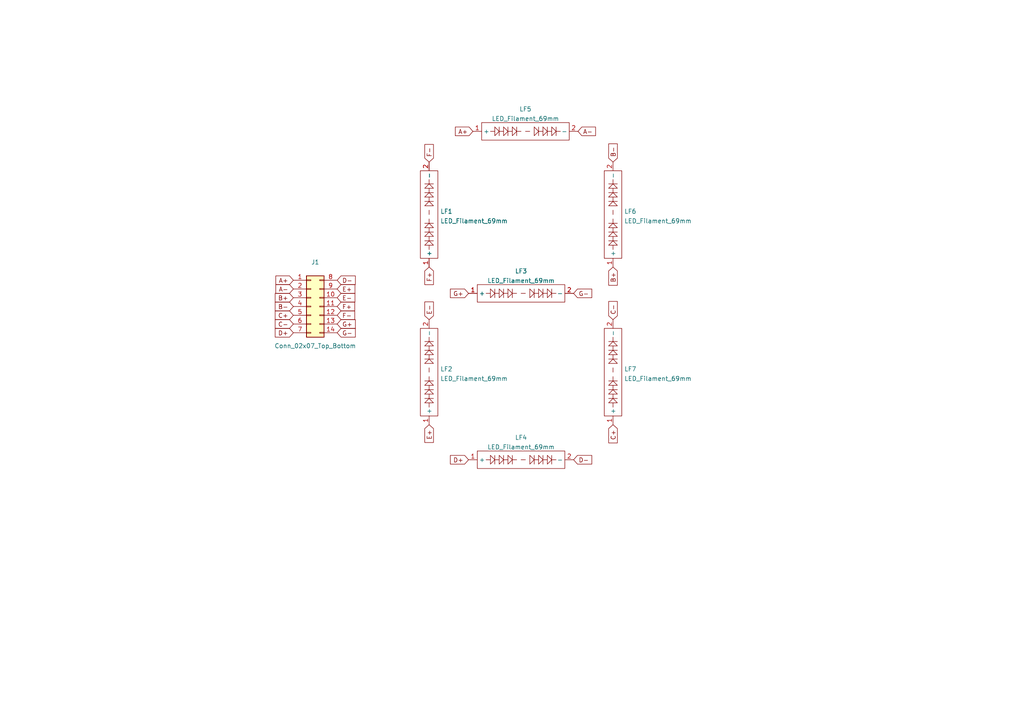
<source format=kicad_sch>
(kicad_sch (version 20211123) (generator eeschema)
  (paper "A4")
  (lib_symbols
    (symbol "Connector_Generic:Conn_02x07_Top_Bottom" (pin_names (offset 1.016) hide)
      (property "Reference" "J" (at 1.27 10.16 0))
      (property "Value" "Conn_02x07_Top_Bottom" (at 1.27 -10.16 0))
      (symbol "Conn_02x07_Top_Bottom_1_1"
        (rectangle (start -1.27 -7.493) (end 0 -7.747) (stroke (width 0.1524)))
        (rectangle (start -1.27 -4.953) (end 0 -5.207) (stroke (width 0.1524)))
        (rectangle (start -1.27 -2.413) (end 0 -2.667) (stroke (width 0.1524)))
        (rectangle (start -1.27 0.127) (end 0 -0.127) (stroke (width 0.1524)))
        (rectangle (start -1.27 2.667) (end 0 2.413) (stroke (width 0.1524)))
        (rectangle (start -1.27 5.207) (end 0 4.953) (stroke (width 0.1524)))
        (rectangle (start -1.27 7.747) (end 0 7.493) (stroke (width 0.1524)))
        (rectangle (start -1.27 8.89) (end 3.81 -8.89) (stroke (width 0.254)) (fill (type background)))
        (rectangle (start 3.81 -7.493) (end 2.54 -7.747) (stroke (width 0.1524)))
        (rectangle (start 3.81 -4.953) (end 2.54 -5.207) (stroke (width 0.1524)))
        (rectangle (start 3.81 -2.413) (end 2.54 -2.667) (stroke (width 0.1524)))
        (rectangle (start 3.81 0.127) (end 2.54 -0.127) (stroke (width 0.1524)))
        (rectangle (start 3.81 2.667) (end 2.54 2.413) (stroke (width 0.1524)))
        (rectangle (start 3.81 5.207) (end 2.54 4.953) (stroke (width 0.1524)))
        (rectangle (start 3.81 7.747) (end 2.54 7.493) (stroke (width 0.1524)))
        (pin passive line (at -5.08 7.62 0) (length 3.81) (name "Pin_1") (number "1"))
        (pin passive line (at 7.62 2.54 180) (length 3.81) (name "Pin_10") (number "10"))
        (pin passive line (at 7.62 0 180) (length 3.81) (name "Pin_11") (number "11"))
        (pin passive line (at 7.62 -2.54 180) (length 3.81) (name "Pin_12") (number "12"))
        (pin passive line (at 7.62 -5.08 180) (length 3.81) (name "Pin_13") (number "13"))
        (pin passive line (at 7.62 -7.62 180) (length 3.81) (name "Pin_14") (number "14"))
        (pin passive line (at -5.08 5.08 0) (length 3.81) (name "Pin_2") (number "2"))
        (pin passive line (at -5.08 2.54 0) (length 3.81) (name "Pin_3") (number "3"))
        (pin passive line (at -5.08 0 0) (length 3.81) (name "Pin_4") (number "4"))
        (pin passive line (at -5.08 -2.54 0) (length 3.81) (name "Pin_5") (number "5"))
        (pin passive line (at -5.08 -5.08 0) (length 3.81) (name "Pin_6") (number "6"))
        (pin passive line (at -5.08 -7.62 0) (length 3.81) (name "Pin_7") (number "7"))
        (pin passive line (at 7.62 7.62 180) (length 3.81) (name "Pin_8") (number "8"))
        (pin passive line (at 7.62 5.08 180) (length 3.81) (name "Pin_9") (number "9"))
      )
    )
    (symbol "LED_Filaments:LED_Filament_69mm"
      (property "Reference" "LF" (at 0 -3.81 0))
      (property "Value" "LED_Filament_69mm" (at 0 3.81 0))
      (symbol "LED_Filament_69mm_0_1"
        (rectangle (start -13.97 2.54) (end 11.43 -2.54) (stroke (width 0.1524)))
        (polyline (pts (xy -11.43 0) (xy -10.16 0)) (stroke (width 0.1524)))
        (polyline (pts (xy -10.16 1.27) (xy -8.89 0)) (stroke (width 0.1524)))
        (polyline (pts (xy -8.89 0) (xy -7.62 0)) (stroke (width 0.1524)))
        (polyline (pts (xy -8.89 1.27) (xy -8.89 -1.27)) (stroke (width 0.1524)))
        (polyline (pts (xy -7.62 1.27) (xy -6.35 0)) (stroke (width 0.1524)))
        (polyline (pts (xy -6.35 0) (xy -5.08 0)) (stroke (width 0.1524)))
        (polyline (pts (xy -6.35 1.27) (xy -6.35 -1.27)) (stroke (width 0.1524)))
        (polyline (pts (xy -5.08 1.27) (xy -3.81 0)) (stroke (width 0.1524)))
        (polyline (pts (xy -3.81 0) (xy -2.54 0)) (stroke (width 0.1524)))
        (polyline (pts (xy -3.81 1.27) (xy -3.81 -1.27)) (stroke (width 0.1524)))
        (polyline (pts (xy -1.27 0) (xy 0 0)) (stroke (width 0.1524)))
        (polyline (pts (xy 1.27 1.27) (xy 2.54 0)) (stroke (width 0.1524)))
        (polyline (pts (xy 2.54 0) (xy 3.81 0)) (stroke (width 0.1524)))
        (polyline (pts (xy 2.54 1.27) (xy 2.54 -1.27)) (stroke (width 0.1524)))
        (polyline (pts (xy 3.81 1.27) (xy 5.08 0)) (stroke (width 0.1524)))
        (polyline (pts (xy 5.08 0) (xy 6.35 0)) (stroke (width 0.1524)))
        (polyline (pts (xy 5.08 1.27) (xy 5.08 -1.27)) (stroke (width 0.1524)))
        (polyline (pts (xy 6.35 1.27) (xy 7.62 0)) (stroke (width 0.1524)))
        (polyline (pts (xy 7.62 0) (xy 8.89 0)) (stroke (width 0.1524)))
        (polyline (pts (xy 7.62 1.27) (xy 7.62 -1.27)) (stroke (width 0.1524)))
        (polyline (pts (xy -10.16 1.27) (xy -10.16 -1.27) (xy -8.89 0)) (stroke (width 0.1524)))
        (polyline (pts (xy -7.62 1.27) (xy -7.62 -1.27) (xy -6.35 0)) (stroke (width 0.1524)))
        (polyline (pts (xy -5.08 1.27) (xy -5.08 -1.27) (xy -3.81 0)) (stroke (width 0.1524)))
        (polyline (pts (xy 1.27 1.27) (xy 1.27 -1.27) (xy 2.54 0)) (stroke (width 0.1524)))
        (polyline (pts (xy 3.81 1.27) (xy 3.81 -1.27) (xy 5.08 0)) (stroke (width 0.1524)))
        (polyline (pts (xy 6.35 1.27) (xy 6.35 -1.27) (xy 7.62 0)) (stroke (width 0.1524)))
      )
      (symbol "LED_Filament_69mm_1_1"
        (pin input line (at -16.51 0 0) (length 2.54) (name "+") (number "1"))
        (pin input line (at 13.97 0 180) (length 2.54) (name "-") (number "2"))
      )
    )
  )
  (global_label "G-" (shape input) (at 166.37 85.09 0) (property "Intersheet References" "${INTERSHEET_REFS}" (effects hide)))
  (global_label "B-" (shape input) (at 85.09 88.9 180) (property "Intersheet References" "${INTERSHEET_REFS}" (effects hide)))
  (global_label "F-" (shape input) (at 97.79 91.44 0) (property "Intersheet References" "${INTERSHEET_REFS}" (effects hide)))
  (global_label "B+" (shape input) (at 177.8 77.47 270) (property "Intersheet References" "${INTERSHEET_REFS}" (effects hide)))
  (global_label "C+" (shape input) (at 85.09 91.44 180) (property "Intersheet References" "${INTERSHEET_REFS}" (effects hide)))
  (global_label "E-" (shape input) (at 97.79 86.36 0) (property "Intersheet References" "${INTERSHEET_REFS}" (effects hide)))
  (global_label "G+" (shape input) (at 97.79 93.98 0) (property "Intersheet References" "${INTERSHEET_REFS}" (effects hide)))
  (global_label "D-" (shape input) (at 97.79 81.28 0) (property "Intersheet References" "${INTERSHEET_REFS}" (effects hide)))
  (global_label "C-" (shape input) (at 177.8 92.71 90) (property "Intersheet References" "${INTERSHEET_REFS}" (effects hide)))
  (global_label "C+" (shape input) (at 177.8 123.19 270) (property "Intersheet References" "${INTERSHEET_REFS}" (effects hide)))
  (global_label "D+" (shape input) (at 85.09 96.52 180) (property "Intersheet References" "${INTERSHEET_REFS}" (effects hide)))
  (global_label "B-" (shape input) (at 177.8 46.99 90) (property "Intersheet References" "${INTERSHEET_REFS}" (effects hide)))
  (global_label "E-" (shape input) (at 124.46 92.71 90) (property "Intersheet References" "${INTERSHEET_REFS}" (effects hide)))
  (global_label "B+" (shape input) (at 85.09 86.36 180) (property "Intersheet References" "${INTERSHEET_REFS}" (effects hide)))
  (global_label "G-" (shape input) (at 97.79 96.52 0) (property "Intersheet References" "${INTERSHEET_REFS}" (effects hide)))
  (global_label "A-" (shape input) (at 167.64 38.1 0) (property "Intersheet References" "${INTERSHEET_REFS}" (effects hide)))
  (global_label "D+" (shape input) (at 135.89 133.35 180) (property "Intersheet References" "${INTERSHEET_REFS}" (effects hide)))
  (global_label "F-" (shape input) (at 124.46 46.99 90) (property "Intersheet References" "${INTERSHEET_REFS}" (effects hide)))
  (global_label "E+" (shape input) (at 97.79 83.82 0) (property "Intersheet References" "${INTERSHEET_REFS}" (effects hide)))
  (global_label "A+" (shape input) (at 85.09 81.28 180) (property "Intersheet References" "${INTERSHEET_REFS}" (effects hide)))
  (global_label "G+" (shape input) (at 135.89 85.09 180) (property "Intersheet References" "${INTERSHEET_REFS}" (effects hide)))
  (global_label "F+" (shape input) (at 97.79 88.9 0) (property "Intersheet References" "${INTERSHEET_REFS}" (effects hide)))
  (global_label "C-" (shape input) (at 85.09 93.98 180) (property "Intersheet References" "${INTERSHEET_REFS}" (effects hide)))
  (global_label "A+" (shape input) (at 137.16 38.1 180) (property "Intersheet References" "${INTERSHEET_REFS}" (effects hide)))
  (global_label "F+" (shape input) (at 124.46 77.47 270) (property "Intersheet References" "${INTERSHEET_REFS}" (effects hide)))
  (global_label "E+" (shape input) (at 124.46 123.19 270) (property "Intersheet References" "${INTERSHEET_REFS}" (effects hide)))
  (global_label "D-" (shape input) (at 166.37 133.35 0) (property "Intersheet References" "${INTERSHEET_REFS}" (effects hide)))
  (global_label "A-" (shape input) (at 85.09 83.82 180) (property "Intersheet References" "${INTERSHEET_REFS}" (effects hide)))
  (symbol (lib_id "LED_Filaments:LED_Filament_69mm") (at 124.46 106.68 90) (unit 1)
    (property "Reference" "LF2" (at 127.7112 107.0415 90) (effects (justify right)))
    (property "Value" "LED_Filament_69mm" (at 127.7112 109.8166 90) (effects (justify right)))
    (property "Footprint" "LED_Filaments:LED_Filament_69mm" (effects hide))
  )
  (symbol (lib_id "LED_Filaments:LED_Filament_69mm") (at 124.46 60.96 90) (unit 1)
    (property "Reference" "LF1" (at 127.7112 61.3215 90) (effects (justify right)))
    (property "Value" "LED_Filament_69mm" (at 127.7112 64.0966 90) (effects (justify right)))
    (property "Footprint" "LED_Filaments:LED_Filament_69mm" (effects hide))
  )
  (symbol (lib_id "LED_Filaments:LED_Filament_69mm") (at 153.67 38.1 0) (unit 1)
    (property "Reference" "LF5" (at 152.4 31.6443 0))
    (property "Value" "LED_Filament_69mm" (at 152.4 34.4194 0))
    (property "Footprint" "LED_Filaments:LED_Filament_69mm" (effects hide))
  )
  (symbol (lib_id "LED_Filaments:LED_Filament_69mm") (at 152.4 85.09 0) (unit 1)
    (property "Reference" "LF3" (at 151.13 78.6343 0))
    (property "Value" "LED_Filament_69mm" (at 151.13 81.4094 0))
    (property "Footprint" "LED_Filaments:LED_Filament_69mm" (effects hide))
  )
  (symbol (lib_id "LED_Filaments:LED_Filament_69mm") (at 177.8 60.96 90) (unit 1)
    (property "Reference" "LF6" (at 181.0512 61.3215 90) (effects (justify right)))
    (property "Value" "LED_Filament_69mm" (at 181.0512 64.0966 90) (effects (justify right)))
    (property "Footprint" "LED_Filaments:LED_Filament_69mm" (effects hide))
  )
  (symbol (lib_id "LED_Filaments:LED_Filament_69mm") (at 152.4 133.35 0) (unit 1)
    (property "Reference" "LF4" (at 151.13 126.8943 0))
    (property "Value" "LED_Filament_69mm" (at 151.13 129.6694 0))
    (property "Footprint" "LED_Filaments:LED_Filament_69mm" (effects hide))
  )
  (symbol (lib_id "LED_Filaments:LED_Filament_69mm") (at 177.8 106.68 90) (unit 1)
    (property "Reference" "LF7" (at 181.0512 107.0415 90) (effects (justify right)))
    (property "Value" "LED_Filament_69mm" (at 181.0512 109.8166 90) (effects (justify right)))
    (property "Footprint" "LED_Filaments:LED_Filament_69mm" (effects hide))
  )
  (symbol (lib_id "Connector_Generic:Conn_02x07_Top_Bottom") (at 90.17 88.9 0) (unit 1)
    (property "Reference" "J1" (at 91.44 76.0435 0))
    (property "Value" "Conn_02x07_Top_Bottom" (at 91.44 100.33 0))
    (property "Footprint" "Connector_PinHeader_2.54mm:PinHeader_2x07_P2.54mm_Horizontal" (effects hide))
  )
)
</source>
